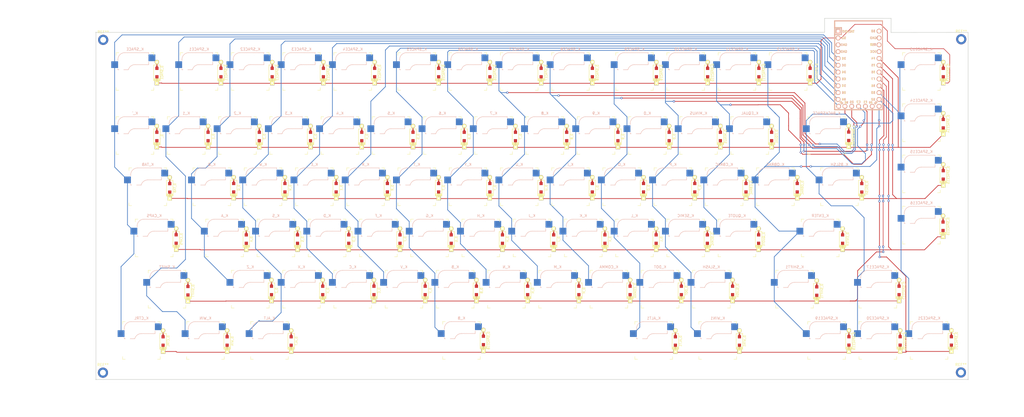
<source format=kicad_pcb>
(kicad_pcb (version 20211014) (generator pcbnew)
  (layers (0 "F.Cu" signal) (31 "B.Cu" signal) (34 "B.Paste" user) (35 "F.Paste" user) (36 "B.SilkS" user "B.Silkscreen") (37 "F.SilkS" user "F.Silkscreen") (38 "B.Mask" user) (39 "F.Mask" user) (44 "Edge.Cuts" user))
  (net 0 "")
  (net 1 "/col16")
  (footprint "keyboard_parts:D_SOD123_axial" (layer "F.Cu") (at 232.32 140.95 90)
    (fp_text reference "D_5")
    (fp_text value "D" hide)
  )
  (footprint "keyboard_parts:D_SOD123_axial" (layer "F.Cu") (at 274.95 198.2 90)
    (fp_text reference "D_N")
    (fp_text value "D" hide)
  )
  (footprint "keyswitches:Kailh_socket_MX_led stab" (layer "F.Cu") (at 383.73625 178.68)
    (fp_text reference "K_ENTER")
    (fp_text value "KEYSW")
  )
  (footprint "keyboard_parts:D_SOD123_axial" (layer "F.Cu") (at 382.45 198.43 90)
    (fp_text reference "D_SHIFT1")
    (fp_text value "D" hide)
  )
  (footprint "keyboard_parts:D_SOD123_axial" (layer "F.Cu") (at 429.5075 117.17 90)
    (fp_text reference "D_SPACE13")
    (fp_text value "D" hide)
  )
  (footprint "keyboard_parts:D_SOD123_axial" (layer "F.Cu") (at 218.0525 117.17 90)
    (fp_text reference "D_SPACE4")
    (fp_text value "D" hide)
  )
  (footprint "keyswitches:Kailh_socket_MX" (layer "F.Cu") (at 290.8675 159.63)
    (fp_text reference "K_I")
    (fp_text value "KEYSW")
  )
  (footprint "keyswitches:Kailh_socket_MX" (layer "F.Cu") (at 338.4925 140.58)
    (fp_text reference "K_MINUS")
    (fp_text value "KEYSW")
  )
  (footprint "keyswitches:Kailh_socket_MX" (layer "F.Cu") (at 295.63 178.68)
    (fp_text reference "K_K")
    (fp_text value "KEYSW")
  )
  (footprint "keyswitches:Kailh_socket_MX" (layer "F.Cu") (at 243.2425 140.58)
    (fp_text reference "K_6")
    (fp_text value "KEYSW")
  )
  (footprint "keyboard_parts:D_SOD123_axial" (layer "F.Cu") (at 203.745 160 90)
    (fp_text reference "D_E")
    (fp_text value "D" hide)
  )
  (footprint "keyboard_parts:D_SOD123_axial" (layer "F.Cu") (at 170.33 179.1 90)
    (fp_text reference "D_A")
    (fp_text value "D" hide)
  )
  (footprint "keyboard_parts:D_SOD123_axial" (layer "F.Cu") (at 194.22 140.95 90)
    (fp_text reference "D_3")
    (fp_text value "D" hide)
  )
  (footprint "keyboard_parts:D_SOD123_axial" (layer "F.Cu") (at 251.37 140.95 90)
    (fp_text reference "D_6")
    (fp_text value "D" hide)
  )
  (footprint "keyboard_parts:D_SOD123_axial" (layer "F.Cu") (at 198.75 198.2 90)
    (fp_text reference "D_X")
    (fp_text value "D" hide)
  )
  (footprint "keyswitches:Kailh_socket_MX" (layer "F.Cu") (at 343.255 197.73)
    (fp_text reference "K_SLASH")
    (fp_text value "KEYSW")
  )
  (footprint "keyboard_parts:D_SOD123_axial" (layer "F.Cu") (at 298.995 160 90)
    (fp_text reference "D_I")
    (fp_text value "D" hide)
  )
  (footprint "keyboard_parts:D_SOD123_axial" (layer "F.Cu") (at 289.47 140.95 90)
    (fp_text reference "D_8")
    (fp_text value "D" hide)
  )
  (footprint "keyboard_parts:D_SOD123_axial" (layer "F.Cu") (at 227.48 179.1 90)
    (fp_text reference "D_F")
    (fp_text value "D" hide)
  )
  (footprint "keyswitches:Kailh_socket_MX" (layer "F.Cu") (at 195.6175 159.63)
    (fp_text reference "K_E")
    (fp_text value "KEYSW")
  )
  (footprint "keyboard_parts:D_SOD123_axial" (layer "F.Cu") (at 284.63 179.1 90)
    (fp_text reference "D_J")
    (fp_text value "D" hide)
  )
  (footprint "keyboard_parts:D_SOD123_axial" (layer "F.Cu") (at 429.4875 136.1875 90)
    (fp_text reference "D_SPACE14")
    (fp_text value "D" hide)
  )
  (footprint "keyswitches:Kailh_socket_MX" (layer "F.Cu") (at 257.53 178.68)
    (fp_text reference "K_H")
    (fp_text value "KEYSW")
  )
  (footprint "keyswitches:Kailh_socket_MX" (layer "F.Cu") (at 271.8175 116.7675)
    (fp_text reference "K_SPACE7")
    (fp_text value "KEYSW")
  )
  (footprint "keyboard_parts:D_SOD123_axial" (layer "F.Cu") (at 217.8 198.2 90)
    (fp_text reference "D_C")
    (fp_text value "D" hide)
  )
  (footprint "keyswitches:Kailh_socket_MX" (layer "F.Cu") (at 147.9925 140.58)
    (fp_text reference "K_1")
    (fp_text value "KEYSW")
  )
  (footprint "keyboard_parts:D_SOD123_axial" (layer "F.Cu") (at 137.07 140.95 90)
    (fp_text reference "D_`")
    (fp_text value "D" hide)
  )
  (footprint "keyswitches:Kailh_socket_MX" (layer "F.Cu") (at 271.8175 159.63)
    (fp_text reference "K_U")
    (fp_text value "KEYSW")
  )
  (footprint "keyswitches:Kailh_socket_MX" (layer "F.Cu") (at 390.88 159.63)
    (fp_text reference "K_BSLSH")
    (fp_text value "KEYSW")
  )
  (footprint "keyboard_parts:D_SOD123_axial" (layer "F.Cu") (at 165.645 160 90)
    (fp_text reference "D_Q")
    (fp_text value "D" hide)
  )
  (footprint "keyboard_parts:D_SOD123_axial" (layer "F.Cu") (at 413.46 216.97 90)
    (fp_text reference "D_SPACE20")
    (fp_text value "D" hide)
  )
  (footprint "keyswitches:Kailh_socket_MX" (layer "F.Cu") (at 250.35 216.76)
    (fp_text reference "K_B")
    (fp_text value "KEYSW")
  )
  (footprint "keyswitches:Kailh_socket_MX" (layer "F.Cu") (at 309.9175 159.63)
    (fp_text reference "K_O")
    (fp_text value "KEYSW")
  )
  (footprint "keyboard_parts:D_SOD123_axial" (layer "F.Cu") (at 329.89 217 90)
    (fp_text reference "D_ALT1")
    (fp_text value "D" hide)
  )
  (footprint "keyswitches:Kailh_socket_MX" (layer "F.Cu") (at 176.5675 159.63)
    (fp_text reference "K_W")
    (fp_text value "KEYSW")
  )
  (footprint "keyswitches:Kailh_socket_MX" (layer "F.Cu") (at 319.4425 140.58)
    (fp_text reference "K_0")
    (fp_text value "KEYSW")
  )
  (footprint "keyswitches:Kailh_socket_MX" (layer "F.Cu") (at 136.08625 178.68)
    (fp_text reference "K_CAPS")
    (fp_text value "KEYSW")
  )
  (footprint "keyswitches:Kailh_socket_MX" (layer "F.Cu") (at 371.83 116.7675)
    (fp_text reference "K_SPACE12")
    (fp_text value "KEYSW")
  )
  (footprint "keyswitches:Kailh_socket_MX" (layer "F.Cu") (at 157.5175 159.63)
    (fp_text reference "K_Q")
    (fp_text value "KEYSW")
  )
  (footprint "keyswitches:Kailh_socket_MX" (layer "F.Cu") (at 214.6675 159.63)
    (fp_text reference "K_R")
    (fp_text value "KEYSW")
  )
  (footprint "keyboard_parts:D_SOD123_axial" (layer "F.Cu") (at 365.67 140.95 90)
    (fp_text reference "D_EQUAL")
    (fp_text value "D" hide)
  )
  (footprint "keyswitches:Kailh_socket_MX" (layer "F.Cu") (at 276.58 178.68)
    (fp_text reference "K_J")
    (fp_text value "KEYSW")
  )
  (footprint "keyboard_parts:D_SOD123_axial" (layer "F.Cu") (at 179.9525 117.17 90)
    (fp_text reference "D_SPACE2")
    (fp_text value "D" hide)
  )
  (footprint "keyswitches:Kailh_socket_MX" (layer "F.Cu") (at 328.9675 159.63)
    (fp_text reference "K_P")
    (fp_text value "KEYSW")
  )
  (footprint "keyswitches:Kailh_socket_MX" (layer "F.Cu") (at 200.38 178.68)
    (fp_text reference "K_D")
    (fp_text value "KEYSW")
  )
  (footprint "keyboard_parts:D_SOD123_axial" (layer "F.Cu") (at 144.25 179.07 90)
    (fp_text reference "D_CAPS")
    (fp_text value "D" hide)
  )
  (footprint "keyswitches:Kailh_socket_MX" (layer "F.Cu") (at 209.905 116.7675)
    (fp_text reference "K_SPACE4")
    (fp_text value "KEYSW")
  )
  (footprint "keyswitches:Kailh_socket_MX" (layer "F.Cu") (at 248.005 197.73)
    (fp_text reference "K_B")
    (fp_text value "KEYSW")
  )
  (footprint "keyswitches:Kailh_socket_MX" (layer "F.Cu") (at 324.205 197.73)
    (fp_text reference "K_DOT")
    (fp_text value "KEYSW")
  )
  (footprint "keyswitches:Kailh_socket_MX" (layer "F.Cu") (at 233.7175 116.7675)
    (fp_text reference "K_SPACE5")
    (fp_text value "KEYSW")
  )
  (footprint "keyboard_parts:D_SOD123_axial" (layer "F.Cu") (at 327.57 140.95 90)
    (fp_text reference "D_0")
    (fp_text value "D" hide)
  )
  (footprint "keyboard_parts:D_SOD123_axial" (layer "F.Cu") (at 303.68 179.1 90)
    (fp_text reference "D_K")
    (fp_text value "D" hide)
  )
  (footprint "keyboard_parts:D_SOD123_axial" (layer "F.Cu") (at 360.9275 117.17 90)
    (fp_text reference "D_SPACE11")
    (fp_text value "D" hide)
  )
  (footprint "keyboard_parts:D_SOD123_axial" (layer "F.Cu") (at 351.15 198.2 90)
    (fp_text reference "D_SLASH")
    (fp_text value "D" hide)
  )
  (footprint "keyboard_parts:D_SOD123_axial" (layer "F.Cu") (at 318.045 160 90)
    (fp_text reference "D_O")
    (fp_text value "D" hide)
  )
  (footprint "keyboard_parts:D_SOD123_axial" (layer "F.Cu") (at 341.78 179.1 90)
    (fp_text reference "D_SEMIC")
    (fp_text value "D" hide)
  )
  (footprint "keyboard_parts:D_SOD123_axial" (layer "F.Cu") (at 265.58 179.1 90)
    (fp_text reference "D_H")
    (fp_text value "D" hide)
  )
  (footprint "keyboard_parts:D_SOD123_axial" (layer "F.Cu") (at 294 198.2 90)
    (fp_text reference "D_M")
    (fp_text value "D" hide)
  )
  (footprint "keyboard_parts:D_SOD123_axial" (layer "F.Cu") (at 199.0025 117.17 90)
    (fp_text reference "D_SPACE3")
    (fp_text value "D" hide)
  )
  (footprint "keyswitches:Kailh_socket_MX" (layer "F.Cu") (at 181.33 178.68)
    (fp_text reference "K_S")
    (fp_text value "KEYSW")
  )
  (footprint "keyswitches:Kailh_socket_MX" (layer "F.Cu") (at 152.755 116.7675)
    (fp_text reference "K_SPACE1")
    (fp_text value "KEYSW")
  )
  (footprint "keyswitches:Kailh_socket_MX" (layer "F.Cu") (at 190.855 116.7675)
    (fp_text reference "K_SPACE3")
    (fp_text value "KEYSW")
  )
  (footprint "keyswitches:Kailh_socket_MX" (layer "F.Cu") (at 367.0675 159.63)
    (fp_text reference "K_OBRAC")
    (fp_text value "KEYSW")
  )
  (footprint "MountingHole:MountingHole_2.2mm_M2_DIN965_Pad" (layer "F.Cu") (at 117.11 105.01)
    (fp_text reference "REF**")
    (fp_text value "MountingHole_2.2mm_M2_DIN965_Pad")
  )
  (footprint "keyswitches:Kailh_socket_MX" (layer "F.Cu") (at 167.0425 140.58)
    (fp_text reference "K_2")
    (fp_text value "KEYSW")
  )
  (footprint "keyboard_parts:D_SOD123_axial" (layer "F.Cu") (at 360.83 179.1 90)
    (fp_text reference "D_QUOTE")
    (fp_text value "D" hide)
  )
  (footprint "keyboard_parts:D_SOD123_axial" (layer "F.Cu") (at 148.63 198.3 90)
    (fp_text reference "D_SHIFT")
    (fp_text value "D" hide)
  )
  (footprint "keyboard_parts:D_SOD123_axial" (layer "F.Cu") (at 394.41 216.97 90)
    (fp_text reference "D_SPACE19")
    (fp_text value "D" hide)
  )
  (footprint "keyboard_parts:D_SOD123_axial" (layer "F.Cu") (at 337.095 160 90)
    (fp_text reference "D_P")
    (fp_text value "D" hide)
  )
  (footprint "keyswitches:Kailh_socket_MX" (layer "F.Cu") (at 190.855 197.73)
    (fp_text reference "K_X")
    (fp_text value "KEYSW")
  )
  (footprint "keyboard_parts:D_SOD123_axial" (layer "F.Cu") (at 139.39 217 90)
    (fp_text reference "D_CTRL")
    (fp_text value "D" hide)
  )
  (footprint "keyswitches:Kailh_socket_MX" (layer "F.Cu") (at 186.0925 140.58)
    (fp_text reference "K_3")
    (fp_text value "KEYSW")
  )
  (footprint "keyswitches:Kailh_socket_MX" (layer "F.Cu") (at 155.13625 216.78)
    (fp_text reference "K_WIN")
    (fp_text value "KEYSW")
  )
  (footprint "keyboard_parts:D_SOD123_axial" (layer "F.Cu") (at 179.7 198.2 90)
    (fp_text reference "D_Z")
    (fp_text value "D" hide)
  )
  (footprint "keyswitches:Kailh_socket_MX" (layer "F.Cu") (at 178.94875 216.78)
    (fp_text reference "K_ALT")
    (fp_text value "KEYSW")
  )
  (footprint "keyboard_parts:D_SOD123_axial" (layer "F.Cu") (at 184.695 160 90)
    (fp_text reference "D_W")
    (fp_text value "D" hide)
  )
  (footprint "keyboard_parts:D_SOD123_axial" (layer "F.Cu") (at 299.015 117.17 90)
    (fp_text reference "D_SPACE8")
    (fp_text value "D" hide)
  )
  (footprint "keyswitches:Kailh_socket_MX" (layer "F.Cu") (at 405.1675 197.73)
    (fp_text reference "K_SPACE17")
    (fp_text value "KEYSW")
  )
  (footprint "keyboard_parts:D_SOD123_axial" (layer "F.Cu") (at 341.8775 117.17 90)
    (fp_text reference "D_SPACE10")
    (fp_text value "D" hide)
  )
  (footprint "keyboard_parts:D_SOD123_axial" (layer "F.Cu") (at 353.7025 217 90)
    (fp_text reference "D_WIN1")
    (fp_text value "D" hide)
  )
  (footprint "keyswitches:Kailh_socket_MX_led stab" (layer "F.Cu") (at 374.21125 197.73)
    (fp_text reference "K_SHIFT1")
    (fp_text value "KEYSW")
  )
  (footprint "keyboard_parts:D_SOD123_axial" (layer "F.Cu") (at 236.85 198.2 90)
    (fp_text reference "D_V")
    (fp_text value "D" hide)
  )
  (footprint "keyswitches:Kailh_socket_MX" (layer "F.Cu") (at 133.705 159.63)
    (fp_text reference "K_TAB")
    (fp_text value "KEYSW")
  )
  (footprint "keyboard_parts:D_SOD123_axial" (layer "F.Cu") (at 189.38 179.1 90)
    (fp_text reference "D_S")
    (fp_text value "D" hide)
  )
  (footprint "keyboard_parts:D_SOD123_axial" (layer "F.Cu") (at 246.53 179.1 90)
    (fp_text reference "D_G")
    (fp_text value "D" hide)
  )
  (footprint "keyboard_parts:D_SOD123_axial" (layer "F.Cu") (at 241.865 117.17 90)
    (fp_text reference "D_SPACE5")
    (fp_text value "D" hide)
  )
  (footprint "keyswitches:Kailh_socket_MX" (layer "F.Cu") (at 224.1925 140.58)
    (fp_text reference "K_5")
    (fp_text value "KEYSW")
  )
  (footprint "keyboard_parts:D_SOD123_axial" (layer "F.Cu") (at 258.5 216.79 90)
    (fp_text reference "D_SPACE18")
    (fp_text value "D" hide)
  )
  (footprint "keyboard_parts:D_SOD123_axial" (layer "F.Cu") (at 141.86 160.06 90)
    (fp_text reference "D_TAB")
    (fp_text value "D" hide)
  )
  (footprint "keyswitches:Kailh_socket_MX" (layer "F.Cu") (at 421.36 154.8675)
    (fp_text reference "K_SPACE15")
    (fp_text value "KEYSW")
  )
  (footprint "keyboard_parts:D_SOD123_axial" (layer "F.Cu") (at 260.895 160 90)
    (fp_text reference "D_Y")
    (fp_text value "D" hide)
  )
  (footprint "keyswitches:Kailh_socket_MX" (layer "F.Cu") (at 252.7675 116.7675)
    (fp_text reference "K_SPACE6")
    (fp_text value "KEYSW")
  )
  (footprint "keyswitches:Kailh_socket_MX" (layer "F.Cu") (at 209.905 197.73)
    (fp_text reference "K_C")
    (fp_text value "KEYSW")
  )
  (footprint "keyboard_parts:D_SOD123_axial" (layer "F.Cu") (at 175.17 140.95 90)
    (fp_text reference "D_2")
    (fp_text value "D" hide)
  )
  (footprint "MountingHole:MountingHole_2.2mm_M2_DIN965_Pad" (layer "F.Cu") (at 436.07 228.7)
    (fp_text reference "REF**")
    (fp_text value "MountingHole_2.2mm_M2_DIN965_Pad")
  )
  (footprint "MountingHole:MountingHole_2.2mm_M2_DIN965_Pad" (layer "F.Cu") (at 117.02 228.77)
    (fp_text reference "REF**")
    (fp_text value "MountingHole_2.2mm_M2_DIN965_Pad")
  )
  (footprint "keyboard_parts:D_SOD123_axial" (layer "F.Cu") (at 163.2025 217 90)
    (fp_text reference "D_WIN")
    (fp_text value "D" hide)
  )
  (footprint "keyboard_parts:D_SOD123_axial" (layer "F.Cu") (at 255.9 198.2 90)
    (fp_text reference "D_B")
    (fp_text value "D" hide)
  )
  (footprint "keyswitches:Kailh_socket_MX" (layer "F.Cu") (at 421.36 116.7675)
    (fp_text reference "K_SPACE13")
    (fp_text value "KEYSW")
  )
  (footprint "keyboard_parts:D_SOD123_axial" (layer "F.Cu") (at 356.145 160 90)
    (fp_text reference "D_CBRAC")
    (fp_text value "D" hide)
  )
  (footprint "keyswitches:Kailh_socket_MX" (layer "F.Cu") (at 421.36 173.9175)
    (fp_text reference "K_SPACE16")
    (fp_text value "KEYSW")
  )
  (footprint "keyswitches:Kailh_socket_MX" (layer "F.Cu") (at 171.805 116.7675)
    (fp_text reference "K_SPACE2")
    (fp_text value "KEYSW")
  )
  (footprint "keyboard_parts:D_SOD123_axial" (layer "F.Cu") (at 332.1 198.2 90)
    (fp_text reference "D_DOT")
    (fp_text value "D" hide)
  )
  (footprint "keyswitches:Kailh_socket_MX" (layer "F.Cu") (at 314.68 116.7675)
    (fp_text reference "K_SPACE9")
    (fp_text value "KEYSW")
  )
  (footprint "keyswitches:Kailh_socket_MX" (layer "F.Cu") (at 352.78 116.7675)
    (fp_text reference "K_SPACE11")
    (fp_text value "KEYSW")
  )
  (footprint "keyswitches:Kailh_socket_MX" (layer "F.Cu") (at 421.36 135.8175)
    (fp_text reference "K_SPACE14")
    (fp_text value "KEYSW")
  )
  (footprint "keyboard_parts:D_SOD123_axial" (layer "F.Cu") (at 241.845 160 90)
    (fp_text reference "D_T")
    (fp_text value "D" hide)
  )
  (footprint "keyswitches:Kailh_socket_MX" (layer "F.Cu") (at 424.2175 216.78)
    (fp_text reference "K_SPACE21")
    (fp_text value "KEYSW")
  )
  (footprint "keyboard_parts:D_SOD123_axial" (layer "F.Cu") (at 208.43 179.1 90)
    (fp_text reference "D_D")
    (fp_text value "D" hide)
  )
  (footprint "keyswitches:Kailh_socket_MX" (layer "F.Cu") (at 262.2925 140.58)
    (fp_text reference "K_7")
    (fp_text value "KEYSW")
  )
  (footprint "keyswitches:Kailh_socket_MX" (layer "F.Cu") (at 290.8675 116.7675)
    (fp_text reference "K_SPACE8")
    (fp_text value "KEYSW")
  )
  (footprint "MountingHole:MountingHole_2.2mm_M2_DIN965_Pad" (layer "F.Cu") (at 436.18 104.79)
    (fp_text reference "REF**")
    (fp_text value "MountingHole_2.2mm_M2_DIN965_Pad")
  )
  (footprint "keyswitches:Kailh_socket_MX" (layer "F.Cu") (at 352.78 178.68)
    (fp_text reference "K_QUOTE")
    (fp_text value "KEYSW")
  )
  (footprint "keyboard_parts:D_SOD123_axial" (layer "F.Cu") (at 137.09 117.17 90)
    (fp_text reference "D_SPACE")
    (fp_text value "D" hide)
  )
  (footprint "keyswitches:Kailh_socket_MX" (layer "F.Cu") (at 357.5425 140.58)
    (fp_text reference "K_EQUAL")
    (fp_text value "KEYSW")
  )
  (footprint "keyswitches:Kailh_socket_MX" (layer "F.Cu") (at 314.68 178.68)
    (fp_text reference "K_L")
    (fp_text value "KEYSW")
  )
  (footprint "keyswitches:Kailh_socket_MX" (layer "F.Cu") (at 228.955 197.73)
    (fp_text reference "K_V")
    (fp_text value "KEYSW")
  )
  (footprint "keyboard_parts:D_SOD123_axial" (layer "F.Cu") (at 392.06 179.1 90)
    (fp_text reference "D_ENTER")
    (fp_text value "D" hide)
  )
  (footprint "keyboard_parts:D_SOD123_axial" (layer "F.Cu") (at 156.12 140.95 90)
    (fp_text reference "D_1")
    (fp_text value "D" hide)
  )
  (footprint "keyboard_parts:D_SOD123_axial" (layer "F.Cu") (at 279.965 117.17 90)
    (fp_text reference "D_SPACE7")
    (fp_text value "D" hide)
  )
  (footprint "keyswitches:Kailh_socket_MX" (layer "F.Cu") (at 345.63625 216.78)
    (fp_text reference "K_WIN1")
    (fp_text value "KEYSW")
  )
  (footprint "keyboard_parts:D_SOD123_axial" (layer "F.Cu") (at 222.795 160 90)
    (fp_text reference "D_R")
    (fp_text value "D" hide)
  )
  (footprint "keyswitches:Kailh_socket_MX" (layer "F.Cu") (at 171.805 197.73)
    (fp_text reference "K_Z")
    (fp_text value "KEYSW")
  )
  (footprint "keyboard_parts:D_SOD123_axial" (layer "F.Cu") (at 413.0625 198.2 90)
    (fp_text reference "D_SPACE17")
    (fp_text value "D" hide)
  )
  (footprint "keyswitches:Kailh_socket_MX" (layer "F.Cu") (at 321.82375 216.78)
    (fp_text reference "K_ALT1")
    (fp_text value "KEYSW")
  )
  (footprint "keyswitches:Kailh_socket_MX_led stab" (layer "F.Cu") (at 140.84875 197.73)
    (fp_text reference "K_SHIFT")
    (fp_text value "KEYSW")
  )
  (footprint "keyboard_parts:D_SOD123_axial" (layer "F.Cu") (at 313.05 198.2 90)
    (fp_text reference "D_COMMA")
    (fp_text value "D" hide)
  )
  (footprint "keyboard_parts:D_SOD123_axial" (layer "F.Cu") (at 213.27 140.95 90)
    (fp_text reference "D_4")
    (fp_text value "D" hide)
  )
  (footprint "keyboard_parts:D_SOD123_axial" (layer "F.Cu") (at 394.34 140.87 90)
    (fp_text reference "D_BACKSPACE")
    (fp_text value "D" hide)
  )
  (footprint "keyswitches:Kailh_socket_MX" (layer "F.Cu") (at 267.055 197.73)
    (fp_text reference "K_N")
    (fp_text value "KEYSW")
  )
  (footprint "keyboard_parts:D_SOD123_axial" (layer "F.Cu") (at 429.4875 155.2375 90)
    (fp_text reference "D_SPACE15")
    (fp_text value "D" hide)
  )
  (footprint "keyboard_parts:D_SOD123_axial" (layer "F.Cu") (at 270.42 140.95 90)
    (fp_text reference "D_7")
    (fp_text value "D" hide)
  )
  (footprint "keyswitches:Kailh_socket_MX" (layer "F.Cu") (at 386.1175 216.78)
    (fp_text reference "K_SPACE19")
    (fp_text value "KEYSW")
  )
  (footprint "marbastlib-mx:STAB_MX_6u" (layer "F.Cu") (at 250.38625 216.78)
    (fp_text reference "K_SPACE18" hide)
    (fp_text value "KEYSW")
  )
  (footprint "keyswitches:Kailh_socket_MX" (layer "F.Cu") (at 131.32375 216.78)
    (fp_text reference "K_CTRL")
    (fp_text value "KEYSW")
  )
  (footprint "keyswitches:Kailh_socket_MX" (layer "F.Cu") (at 333.73 116.7675)
    (fp_text reference "K_SPACE10")
    (fp_text value "KEYSW")
  )
  (footprint "keyboard_parts:D_SOD123_axial" (layer "F.Cu") (at 429.41 174.3375 90)
    (fp_text reference "D_SPACE16")
    (fp_text value "D" hide)
  )
  (footprint "keyboard_parts:D_SOD123_axial" (layer "F.Cu") (at 379.9775 117.17 90)
    (fp_text reference "D_SPACE12")
    (fp_text value "D" hide)
  )
  (footprint "keyswitches:Kailh_socket_MX" (layer "F.Cu") (at 333.73 178.68)
    (fp_text reference "K_SEMIC")
    (fp_text value "KEYSW")
  )
  (footprint "keyswitches:Kailh_socket_MX" (layer "F.Cu") (at 305.155 197.73)
    (fp_text reference "K_COMMA")
    (fp_text value "KEYSW")
  )
  (footprint "keyswitches:Kailh_socket_MX" (layer "F.Cu") (at 233.7175 159.63)
    (fp_text reference "K_T")
    (fp_text value "KEYSW")
  )
  (footprint "keyboard_parts:D_SOD123_axial" (layer "F.Cu") (at 322.73 179.1 90)
    (fp_text reference "D_L")
    (fp_text value "D" hide)
  )
  (footprint "keyboard_parts:D_SOD123_axial" (layer "F.Cu") (at 322.8275 117.17 90)
    (fp_text reference "D_SPACE9")
    (fp_text value "D" hide)
  )
  (footprint "keyswitches:Kailh_socket_MX" (layer "F.Cu") (at 205.1425 140.58)
    (fp_text reference "K_4")
    (fp_text value "KEYSW")
  )
  (footprint "keyswitches:Kailh_socket_MX" (layer "F.Cu") (at 405.1675 216.78)
    (fp_text reference "K_SPACE20")
    (fp_text value "KEYSW")
  )
  (footprint "keyboard_parts:D_SOD123_axial" (layer "F.Cu") (at 375.195 160 90)
    (fp_text reference "D_OBRAC")
    (fp_text value "D" hide)
  )
  (footprint "keyboard_parts:D_SOD123_axial" (layer "F.Cu") (at 399.2 160.03 90)
    (fp_text reference "D_BSLSH")
    (fp_text value "D" hide)
  )
  (footprint "keyswitches:Kailh_socket_MX" (layer "F.Cu") (at 286.105 197.73)
    (fp_text reference "K_M")
    (fp_text value "KEYSW")
  )
  (footprint "keyboard_parts:D_SOD123_axial" (layer "F.Cu") (at 187.015 217 90)
    (fp_text reference "D_ALT")
    (fp_text value "D" hide)
  )
  (footprint "keyboard_parts:D_SOD123_axial" (layer "F.Cu") (at 279.945 160 90)
    (fp_text reference "D_U")
    (fp_text value "D" hide)
  )
  (footprint "keyswitches:Kailh_socket_MX" (layer "F.Cu") (at 128.9425 116.7675)
    (fp_text reference "K_SPACE")
    (fp_text value "KEYSW")
  )
  (footprint "keyboard_parts:D_SOD123_axial" (layer "F.Cu") (at 308.52 140.95 90)
    (fp_text reference "D_9")
    (fp_text value "D" hide)
  )
  (footprint "keyboard_parts:D_SOD123_axial" (layer "F.Cu") (at 432.51 216.97 90)
    (fp_text reference "D_SPACE21")
    (fp_text value "D" hide)
  )
  (footprint "keyboard_parts:D_SOD123_axial" (layer "F.Cu") (at 346.62 140.95 90)
    (fp_text reference "D_MINUS")
    (fp_text value "D" hide)
  )
  (footprint "keyswitches:Kailh_socket_MX" (layer "F.Cu") (at 348.0175 159.63)
    (fp_text reference "K_CBRAC")
    (fp_text value "KEYSW")
  )
  (footprint "keyswitches:Kailh_socket_MX" (layer "F.Cu") (at 281.3425 140.58)
    (fp_text reference "K_8")
    (fp_text value "KEYSW")
  )
  (footprint "keyswitches:Kailh_socket_MX" (layer "F.Cu") (at 219.43 178.68)
    (fp_text reference "K_F")
    (fp_text value "KEYSW")
  )
  (footprint "keyswitches:Kailh_socket_MX" (layer "F.Cu") (at 252.7675 159.63)
    (fp_text reference "K_Y")
    (fp_text value "KEYSW")
  )
  (footprint "keyswitches:Kailh_socket_MX" (layer "F.Cu") (at 300.3925 140.58)
    (fp_text reference "K_9")
    (fp_text value "KEYSW")
  )
  (footprint "keyboard_parts:D_SOD123_axial" (layer "F.Cu") (at 260.915 117.17 90)
    (fp_text reference "D_SPACE6")
    (fp_text value "D" hide)
  )
  (footprint "keyboard_parts:D_SOD123_axial" (layer "F.Cu") (at 160.9025 117.17 90)
    (fp_text reference "D_SPACE1")
    (fp_text value "D" hide)
  )
  (footprint "keyswitches:Kailh_socket_MX" (layer "F.Cu") (at 162.28 178.68)
    (fp_text reference "K_A")
    (fp_text value "KEYSW")
  )
  (footprint "keyswitches:Kailh_socket_MX" (layer "F.Cu") (at 128.9425 140.58)
    (fp_text reference "K_`")
    (fp_text value "KEYSW")
  )
  (footprint "keyswitches:Kailh_socket_MX_led stab" (layer "F.Cu") (at 386.1175 140.58)
    (fp_text reference "K_BACKSPACE")
    (fp_text value "KEYSW")
  )
  (footprint "keyswitches:Kailh_socket_MX" (layer "F.Cu") (at 238.48 178.68)
    (fp_text reference "K_G")
    (fp_text value "KEYSW")
  )
  (footprint "Keebio-Parts:Elite-C" (layer "F.Cu") (at 398 115.74 -90)
    (fp_text reference "U1" hide)
    (fp_text value "Elite-C" hide)
  )
  (gr_line (start 385.36 97.04) (end 410.1 97.02) (layer "Edge.Cuts") (width 0.2))
  (gr_line (start 410.1 97.02) (end 410.08 102.27) (layer "Edge.Cuts") (width 0.2))
  (gr_arc (start 438.7425 231.305) (mid 438.7425 231.305) (end 438.7425 231.305) (layer "Edge.Cuts") (width 0.2))
  (gr_arc (start 114.4175 102.2425) (mid 114.4175 102.2425) (end 114.4175 102.2425) (layer "Edge.Cuts") (width 0.2))
  (gr_arc (start 114.4175 231.305) (mid 114.4175 231.305) (end 114.4175 231.305) (layer "Edge.Cuts") (width 0.2))
  (gr_line (start 438.7425 102.2425) (end 438.7425 231.305) (layer "Edge.Cuts") (width 0.2))
  (gr_line (start 410.08 102.27) (end 438.7425 102.2425) (layer "Edge.Cuts") (width 0.2))
  (gr_line (start 385.36 102.19) (end 114.4175 102.2425) (layer "Edge.Cuts") (width 0.2))
  (gr_line (start 114.4175 231.305) (end 114.4175 102.2425) (layer "Edge.Cuts") (width 0.2))
  (gr_line (start 438.7425 231.305) (end 114.4175 231.305) (layer "Edge.Cuts") (width 0.2))
  (gr_line (start 385.36 102.19) (end 385.36 97.04) (layer "Edge.Cuts") (width 0.2))
  (segment (start 384.08 105.22) (end 384.1 105.22) (width 0.2) (layer "F.Cu") (net 0))
  (segment (start 376.26 142.86) (end 376.49 143.09) (width 0.25) (layer "F.Cu") (net 0))
  (segment (start 377.35 140.4) (end 377.35 129.46) (width 0.25) (layer "F.Cu") (net 0))
  (segment (start 377.62 146.45) (end 400.6 146.45) (width 0.25) (layer "F.Cu") (net 0))
  (segment (start 396.6 99.27) (end 391.56 104.31) (width 0.2) (layer "F.Cu") (net 0))
  (segment (start 412.13 164.03) (end 422.71 164.03) (width 0.25) (layer "F.Cu") (net 0))
  (segment (start 400.54 131.04) (end 400.54 129.71) (width 0.25) (layer "F.Cu") (net 0))
  (segment (start 431.26 121.07) (end 431.91 120.42) (width 0.2) (layer "F.Cu") (net 0))
  (segment (start 405.87 185.75) (end 408.43 185.75) (width 0.25) (layer "F.Cu") (net 0))
  (segment (start 381.97 143.73) (end 383.57 143.73) (width 0.25) (layer "F.Cu") (net 0))
  (segment (start 408.71 101.7) (end 406.28 99.27) (width 0.2) (layer "F.Cu") (net 0))
  (segment (start 378.05 128.53) (end 378.05 139.81) (width 0.25) (layer "F.Cu") (net 0))
  (segment (start 376.04 130.75) (end 376.28 130.99) (width 0.25) (layer "F.Cu") (net 0))
  (segment (start 402.8 147.66) (end 402.8 145.95) (width 0.25) (layer "F.Cu") (net 0))
  (segment (start 385.01 104.31) (end 390.38 104.31) (width 0.2) (layer "F.Cu") (net 0))
  (segment (start 162.78 202.13) (end 162.71 202.2) (width 0.25) (layer "F.Cu") (net 0))
  (segment (start 415.58 221.18) (end 144.53 221.18) (width 0.25) (layer "F.Cu") (net 0))
  (segment (start 391.56 104.31) (end 390.38 104.31) (width 0.2) (layer "F.Cu") (net 0))
  (segment (start 407.07 163.02) (end 407.27 162.82) (width 0.2) (layer "F.Cu") (net 0))
  (segment (start 399.17 151.29) (end 400.45 150.01) (width 0.25) (layer "F.Cu") (net 0))
  (segment (start 412.13 164.03) (end 410.68 162.58) (width 0.25) (layer "F.Cu") (net 0))
  (segment (start 138.9675 121.1675) (end 138.87 121.07) (width 0.25) (layer "F.Cu") (net 0))
  (segment (start 409.18 144.04) (end 409.18 120.57) (width 0.25) (layer "F.Cu") (net 0))
  (segment (start 410.24 183.08) (end 422.53 183.08) (width 0.25) (layer "F.Cu") (net 0))
  (segment (start 162.71 202.2) (end 148.63 202.2) (width 0.25) (layer "F.Cu") (net 0))
  (segment (start 138.87 121.07) (end 137.09 121.07) (width 0.25) (layer "F.Cu") (net 0))
  (segment (start 376.75 127.23) (end 378.05 128.53) (width 0.25) (layer "F.Cu") (net 0))
  (segment (start 376.78 141.25) (end 376.78 130.25) (width 0.25) (layer "F.Cu") (net 0))
  (segment (start 413.0625 202.1) (end 394.92 202.1) (width 0.2) (layer "F.Cu") (net 0))
  (segment (start 377.24 142.55) (end 377.68 142.99) (width 0.25) (layer "F.Cu") (net 0))
  (segment (start 406.28 99.27) (end 396.6 99.27) (width 0.2) (layer "F.Cu") (net 0))
  (segment (start 410.68 162.58) (end 410.68 145.86) (width 0.25) (layer "F.Cu") (net 0))
  (segment (start 401.16 144) (end 401.16 131.66) (width 0.25) (layer "F.Cu") (net 0))
  (segment (start 422.71 164.03) (end 427.6025 159.1375) (width 0.25) (layer "F.Cu") (net 0))
  (segment (start 427.3725 178.2375) (end 429.41 178.2375) (width 0.25) (layer "F.Cu") (net 0))
  (segment (start 373.2 126.67) (end 309.85 126.67) (width 0.25) (layer "F.Cu") (net 0))
  (segment (start 148.4225 163.96) (end 141.86 163.96) (width 0.25) (layer "F.Cu") (net 0))
  (segment (start 400.6 146.45) (end 401.16 145.89) (width 0.25) (layer "F.Cu") (net 0))
  (segment (start 144.25 220.9) (end 139.39 220.9) (width 0.25) (layer "F.Cu") (net 0))
  (segment (start 397.35 137.18) (end 397.35 135.73) (width 0.25) (layer "F.Cu") (net 0))
  (segment (start 384.08 105.22) (end 384.06 105.24) (width 0.25) (layer "F.Cu") (net 0))
  (segment (start 405.63 137.01) (end 405.69 137.07) (width 0.25) (layer "F.Cu") (net 0))
  (segment (start 148.4925 164.03) (end 148.4225 163.96) (width 0.25) (layer "F.Cu") (net 0))
  (segment (start 360.66 129.16) (end 360.68 129.14) (width 0.25) (layer "F.Cu") (net 0))
  (segment (start 371.99 138.59) (end 376.26 142.86) (width 0.25) (layer "F.Cu") (net 0))
  (segment (start 427.6025 159.1375) (end 429.4875 159.1375) (width 0.25) (layer "F.Cu") (net 0))
  (segment (start 412.76 119.07) (end 405.62 111.93) (width 0.25) (layer "F.Cu") (net 0))
  (segment (start 412.76 144.98) (end 412.76 119.07) (width 0.25) (layer "F.Cu") (net 0))
  (segment (start 373.17 127.88) (end 376.04 130.75) (width 0.25) (layer "F.Cu") (net 0))
  (segment (start 350.39 129.16) (end 360.66 129.16) (width 0.25) (layer "F.Cu") (net 0))
  (segment (start 376.28 134.2) (end 376.28 141.59) (width 0.25) (layer "F.Cu") (net 0))
  (segment (start 376.52 146.86) (end 377.22 147.56) (width 0.25) (layer "F.Cu") (net 0))
  (segment (start 376.68 152.09) (end 376.65 152.12) (width 0.25) (layer "F.Cu") (net 0))
  (segment (start 408.71 105.45) (end 408.71 101.7) (width 0.2) (layer "F.Cu") (net 0))
  (segment (start 380.21 152.09) (end 376.68 152.09) (width 0.25) (layer "F.Cu") (net 0))
  (segment (start 377.22 147.56) (end 392.03 147.56) (width 0.25) (layer "F.Cu") (net 0))
  (segment (start 329.34 127.88) (end 373.17 127.88) (width 0.25) (layer "F.Cu") (net 0))
  (segment (start 397.65 201.28) (end 397.65 190.84) (width 0.25) (layer "F.Cu") (net 0))
  (segment (start 138.9675 144.98) (end 138.8375 144.85) (width 0.25) (layer "F.Cu") (net 0))
  (segment (start 422.53 183.08) (end 427.3725 178.2375) (width 0.25) (layer "F.Cu") (net 0))
  (segment (start 382.491396 121.1675) (end 138.9675 121.1675) (width 0.25) (layer "F.Cu") (net 0))
  (segment (start 424.595 144.98) (end 429.4875 140.0875) (width 0.25) (layer "F.Cu") (net 0))
  (segment (start 376.28 130.99) (end 376.28 134.2) (width 0.25) (layer "F.Cu") (net 0))
  (segment (start 409.18 120.57) (end 405.62 117.01) (width 0.25) (layer "F.Cu") (net 0))
  (segment (start 376.28 141.59) (end 377.24 142.55) (width 0.25) (layer "F.Cu") (net 0))
  (segment (start 374.16 124.64) (end 376.75 127.23) (width 0.25) (layer "F.Cu") (net 0))
  (segment (start 144.53 221.18) (end 144.25 220.9) (width 0.25) (layer "F.Cu") (net 0))
  (segment (start 397.65 190.84) (end 404.64 183.85) (width 0.25) (layer "F.Cu") (net 0))
  (segment (start 410.24 183.08) (end 153.255 183.08) (width 0.25) (layer "F.Cu") (net 0))
  (segment (start 377.68 142.99) (end 377.68 144.05) (width 0.25) (layer "F.Cu") (net 0))
  (segment (start 376.49 143.09) (end 376.49 144.01) (width 0.25) (layer "F.Cu") (net 0))
  (segment (start 384.06 119.598896) (end 382.491396 121.1675) (width 0.25) (layer "F.Cu") (net 0))
  (segment (start 401.16 131.66) (end 400.54 131.04) (width 0.25) (layer "F.Cu") (net 0))
  (segment (start 408.34 141.14) (end 408.34 122.27) (width 0.2) (layer "F.Cu") (net 0))
  (segment (start 409.16 182) (end 410.24 183.08) (width 0.25) (layer "F.Cu") (net 0))
  (segment (start 405.63 134.93) (end 405.63 137.01) (width 0.25) (layer "F.Cu") (net 0))
  (segment (start 377.35 129.46) (end 373.57 125.68) (width 0.25) (layer "F.Cu") (net 0))
  (segment (start 405.78 165.06) (end 405.76 165.04) (width 0.25) (layer "F.Cu") (net 0))
  (segment (start 411.56 108.3) (end 408.71 105.45) (width 0.2) (layer "F.Cu") (net 0))
  (segment (start 368.88 129.14) (end 371.04 131.3) (width 0.25) (layer "F.Cu") (net 0))
  (segment (start 405.78 181.98) (end 405.78 165.06) (width 0.25) (layer "F.Cu") (net 0))
  (segment (start 403.08 143.76) (end 403.08 129.71) (width 0.25) (layer "F.Cu") (net 0))
  (segment (start 371.99 136.98) (end 371.99 138.59) (width 0.25) (layer "F.Cu") (net 0))
  (segment (start 384.1 105.22) (end 385.01 104.31) (width 0.2) (layer "F.Cu") (net 0))
  (segment (start 395.46 133.84) (end 395.46 129.71) (width 0.25) (layer "F.Cu") (net 0))
  (segment (start 404.64 183.85) (end 407.16 183.85) (width 0.25) (layer "F.Cu") (net 0))
  (segment (start 376.78 130.25) (end 373.2 126.67) (width 0.25) (layer "F.Cu") (net 0))
  (segment (start 431.91 120.42) (end 431.91 110.54) (width 0.2) (layer "F.Cu") (net 0))
  (segment (start 398.59 137.27) (end 399.96 135.9) (width 0.25) (layer "F.Cu") (net 0))
  (segment (start 394.92 202.1) (end 394.89 202.13) (width 0.2) (layer "F.Cu") (net 0))
  (segment (start 371.04 131.3) (end 371.99 132.25) (width 0.25) (layer "F.Cu") (net 0))
  (segment (start 396.8 202.13) (end 397.65 201.28) (width 0.25) (layer "F.Cu") (net 0))
  (segment (start 392.03 147.56) (end 392.46 147.56) (width 0.25) (layer "F.Cu") (net 0))
  (segment (start 373.57 125.68) (end 286.52 125.68) (width 0.25) (layer "F.Cu") (net 0))
  (segment (start 396.24 135.64) (end 392.92 132.32) (width 0.25) (layer "F.Cu") (net 0))
  (segment (start 409.18 145.92) (end 409.18 163.01) (width 0.25) (layer "F.Cu") (net 0))
  (segment (start 415.58 221.18) (end 415.89 220.87) (width 0.25) (layer "F.Cu") (net 0))
  (segment (start 415.58 192.9) (end 415.58 221.18) (width 0.25) (layer "F.Cu") (net 0))
  (segment (start 396.24 137.07) (end 396.24 135.64) (width 0.25) (layer "F.Cu") (net 0))
  (segment (start 410.64 119.49) (end 405.62 114.47) (width 0.25) (layer "F.Cu") (net 0))
  (segment (start 405.77 163.03) (end 405.77 145.93) (width 0.25) (layer "F.Cu") (net 0))
  (segment (start 153.145 182.97) (end 144.25 182.97) (width 0.25) (layer "F.Cu") (net 0))
  (segment (start 410.64 144.1) (end 410.64 119.49) (width 0.25) (layer "F.Cu") (net 0))
  (segment (start 415.89 220.87) (end 432.51 220.87) (width 0.25) (layer "F.Cu") (net 0))
  (segment (start 379.605 144.075) (end 376.78 141.25) (width 0.25) (layer "F.Cu") (net 0))
  (segment (start 407.14 181.91) (end 407.14 164.99) (width 0.2) (layer "F.Cu") (net 0))
  (segment (start 407.4 123.87) (end 405.62 122.09) (width 0.25) (layer "F.Cu") (net 0))
  (segment (start 407.27 143.99) (end 407.27 142.21) (width 0.2) (layer "F.Cu") (net 0))
  (segment (start 378.05 139.81) (end 381.97 143.73) (width 0.25) (layer "F.Cu") (net 0))
  (segment (start 153.255 183.08) (end 153.145 182.97) (width 0.25) (layer "F.Cu") (net 0))
  (segment (start 360.68 129.14) (end 368.88 129.14) (width 0.25) (layer "F.Cu") (net 0))
  (segment (start 409.18 163.01) (end 409.16 163.03) (width 0.25) (layer "F.Cu") (net 0))
  (segment (start 392.92 132.32) (end 392.92 129.71) (width 0.25) (layer "F.Cu") (net 0))
  (segment (start 408.34 122.27) (end 405.62 119.55) (width 0.2) (layer "F.Cu") (net 0))
  (segment (start 408.43 185.75) (end 415.58 192.9) (width 0.25) (layer "F.Cu") (net 0))
  (segment (start 371.99 132.25) (end 371.99 136.98) (width 0.25) (layer "F.Cu") (net 0))
  (segment (start 405.77 143.97) (end 405.77 142.26) (width 0.25) (layer "F.Cu") (net 0))
  (segment (start 407.4 140.63) (end 407.4 123.87) (width 0.25) (layer "F.Cu") (net 0))
  (segment (start 407.27 142.21) (end 408.34 141.14) (width 0.2) (layer "F.Cu") (net 0))
  (segment (start 399.96 135.9) (end 399.96 135.05) (width 0.25) (layer "F.Cu") (net 0))
  (segment (start 138.9675 144.98) (end 412.76 144.98) (width 0.25) (layer "F.Cu") (net 0))
  (segment (start 409.16 164.87) (end 409.16 182) (width 0.25) (layer "F.Cu") (net 0))
  (segment (start 431.91 110.54) (end 429.67 108.3) (width 0.2) (layer "F.Cu") (net 0))
  (segment (start 148.4925 164.03) (end 412.13 164.03) (width 0.25) (layer "F.Cu") (net 0))
  (segment (start 396.8 202.13) (end 394.89 202.13) (width 0.25) (layer "F.Cu") (net 0))
  (segment (start 400.45 150.01) (end 402.8 147.66) (width 0.25) (layer "F.Cu") (net 0))
  (segment (start 402.85 143.99) (end 403.08 143.76) (width 0.25) (layer "F.Cu") (net 0))
  (segment (start 267.4 124.64) (end 374.16 124.64) (width 0.25) (layer "F.Cu") (net 0))
  (segment (start 412.76 144.98) (end 424.09 144.98) (width 0.25) (layer "F.Cu") (net 0))
  (segment (start 429.5075 121.07) (end 431.26 121.07) (width 0.2) (layer "F.Cu") (net 0))
  (segment (start 407.14 164.99) (end 407.15 164.98) (width 0.2) (layer "F.Cu") (net 0))
  (segment (start 397.35 135.73) (end 395.46 133.84) (width 0.25) (layer "F.Cu") (net 0))
  (segment (start 396.19 151.29) (end 399.17 151.29) (width 0.25) (layer "F.Cu") (net 0))
  (segment (start 384.06 105.24) (end 384.06 119.598896) (width 0.25) (layer "F.Cu") (net 0))
  (segment (start 424.09 144.98) (end 424.595 144.98) (width 0.25) (layer "F.Cu") (net 0))
  (segment (start 392.46 147.56) (end 396.19 151.29) (width 0.25) (layer "F.Cu") (net 0))
  (segment (start 429.67 108.3) (end 411.56 108.3) (width 0.2) (layer "F.Cu") (net 0))
  (segment (start 381.04 144.09) (end 377.35 140.4) (width 0.25) (layer "F.Cu") (net 0))
  (segment (start 381.08 144.09) (end 381.04 144.09) (width 0.25) (layer "F.Cu") (net 0))
  (segment (start 286.52 125.68) (end 286.46 125.74) (width 0.25) (layer "F.Cu") (net 0))
  (segment (start 405.77 142.26) (end 407.4 140.63) (width 0.25) (layer "F.Cu") (net 0))
  (segment (start 394.89 202.13) (end 162.78 202.13) (width 0.25) (layer "F.Cu") (net 0))
  (segment (start 138.8375 144.85) (end 137.07 144.85) (width 0.25) (layer "F.Cu") (net 0))
  (segment (start 409.17 145.93) (end 409.18 145.92) (width 0.25) (layer "F.Cu") (net 0))
  (segment (start 407.27 162.82) (end 407.27 145.88) (width 0.2) (layer "F.Cu") (net 0))
  (via (at 401.16 145.89) (size 0.8) (drill 0.4) (layers "F.Cu" "B.Cu") (net 0))
  (via (at 407.14 181.91) (size 0.8) (drill 0.4) (layers "F.Cu" "B.Cu") (net 0))
  (via (at 405.77 145.93) (size 0.8) (drill 0.4) (layers "F.Cu" "B.Cu") (net 0))
  (via (at 350.39 129.16) (size 0.8) (drill 0.4) (layers "F.Cu" "B.Cu") (net 0))
  (via (at 329.34 127.88) (size 0.8) (drill 0.4) (layers "F.Cu" "B.Cu") (net 0))
  (via (at 376.65 152.12) (size 0.8) (drill 0.4) (layers "F.Cu" "B.Cu") (net 0))
  (via (at 399.96 135.05) (size 0.8) (drill 0.4) (layers "F.Cu" "B.Cu") (net 0))
  (via (at 376.49 144.01) (size 0.8) (drill 0.4) (layers "F.Cu" "B.Cu") (net 0))
  (via (at 405.87 185.75) (size 0.8) (drill 0.4) (layers "F.Cu" "B.Cu") (net 0))
  (via (at 407.15 164.98) (size 0.8) (drill 0.4) (layers "F.Cu" "B.Cu") (net 0))
  (via (at 405.77 143.97) (size 0.8) (drill 0.4) (layers "F.Cu" "B.Cu") (net 0))
  (via (at 379.605 144.075) (size 0.8) (drill 0.4) (layers "F.Cu" "B.Cu") (net 0))
  (via (at 401.16 144) (size 0.8) (drill 0.4) (layers "F.Cu" "B.Cu") (net 0))
  (via (at 405.69 137.07) (size 0.8) (drill 0.4) (layers "F.Cu" "B.Cu") (net 0))
  (via (at 407.16 183.85) (size 0.8) (drill 0.4) (layers "F.Cu" "B.Cu") (net 0))
  (via (at 377.62 146.45) (size 0.8) (drill 0.4) (layers "F.Cu" "B.Cu") (net 0))
  (via (at 407.27 145.88) (size 0.8) (drill 0.4) (layers "F.Cu" "B.Cu") (net 0))
  (via (at 267.4 124.64) (size 0.8) (drill 0.4) (layers "F.Cu" "B.Cu") (net 0))
  (via (at 380.21 152.09) (size 0.8) (drill 0.4) (layers "F.Cu" "B.Cu") (net 0))
  (via (at 405.76 165.04) (size 0.8) (drill 0.4) (layers "F.Cu" "B.Cu") (net 0))
  (via (at 407.27 143.99) (size 0.8) (drill 0.4) (layers "F.Cu" "B.Cu") (net 0))
  (via (at 402.8 145.95) (size 0.8) (drill 0.4) (layers "F.Cu" "B.Cu") (net 0))
  (via (at 398.59 137.27) (size 0.8) (drill 0.4) (layers "F.Cu" "B.Cu") (net 0))
  (via (at 383.57 143.73) (size 0.8) (drill 0.4) (layers "F.Cu" "B.Cu") (net 0))
  (via (at 410.64 144.1) (size 0.8) (drill 0.4) (layers "F.Cu" "B.Cu") (net 0))
  (via (at 409.16 164.87) (size 0.8) (drill 0.4) (layers "F.Cu" "B.Cu") (net 0))
  (via (at 409.16 163.03) (size 0.8) (drill 0.4) (layers "F.Cu" "B.Cu") (net 0))
  (via (at 286.46 125.74) (size 0.8) (drill 0.4) (layers "F.Cu" "B.Cu") (net 0))
  (via (at 409.18 145.92) (size 0.8) (drill 0.4) (layers "F.Cu" "B.Cu") (net 0))
  (via (at 407.07 163.02) (size 0.8) (drill 0.4) (layers "F.Cu" "B.Cu") (net 0))
  (via (at 409.18 144.04) (size 0.8) (drill 0.4) (layers "F.Cu" "B.Cu") (net 0))
  (via (at 377.68 144.05) (size 0.8) (drill 0.4) (layers "F.Cu" "B.Cu") (net 0))
  (via (at 381.08 144.09) (size 0.8) (drill 0.4) (layers "F.Cu" "B.Cu") (net 0))
  (via (at 410.68 145.86) (size 0.8) (drill 0.4) (layers "F.Cu" "B.Cu") (net 0))
  (via (at 397.35 137.18) (size 0.8) (drill 0.4) (layers "F.Cu" "B.Cu") (net 0))
  (via (at 405.63 134.93) (size 0.8) (drill 0.4) (layers "F.Cu" "B.Cu") (net 0))
  (via (at 405.77 163.03) (size 0.8) (drill 0.4) (layers "F.Cu" "B.Cu") (net 0))
  (via (at 376.52 146.86) (size 0.8) (drill 0.4) (layers "F.Cu" "B.Cu") (net 0))
  (via (at 405.78 181.98) (size 0.8) (drill 0.4) (layers "F.Cu" "B.Cu") (net 0))
  (via (at 402.85 143.99) (size 0.8) (drill 0.4) (layers "F.Cu" "B.Cu") (net 0))
  (via (at 396.24 137.07) (size 0.8) (drill 0.4) (layers "F.Cu" "B.Cu") (net 0))
  (via (at 309.85 126.67) (size 0.8) (drill 0.4) (layers "F.Cu" "B.Cu") (net 0))
  (segment (start 149.9575 157.09) (end 149.9575 171.3775) (width 0.25) (layer "B.Cu") (net 0))
  (segment (start 335.695 211.85875) (end 338.07625 214.24) (width 0.25) (layer "B.Cu") (net 0))
  (segment (start 407.15 164.98) (end 407.15 163.1) (width 0.2) (layer "B.Cu") (net 0))
  (segment (start 183.295 114.2275) (end 183.295 133.2775) (width 0.25) (layer "B.Cu") (net 0))
  (segment (start 164.245 114.2275) (end 164.245 106.505) (width 0.25) (layer "B.Cu") (net 0))
  (segment (start 286.43 125.71) (end 286.46 125.74) (width 0.25) (layer "B.Cu") (net 0))
  (segment (start 399.96 135.05) (end 399.96 134.85) (width 0.25) (layer "B.Cu") (net 0))
  (segment (start 245.2075 109.5525) (end 245.82 108.94) (width 0.25) (layer "B.Cu") (net 0))
  (segment (start 128.52625 184.57375) (end 123.76375 189.33625) (width 0.25) (layer "B.Cu") (net 0))
  (segment (start 211.87 176.14) (end 211.87 181.76) (width 0.25) (layer "B.Cu") (net 0))
  (segment (start 381.63 109.48) (end 381.63 120.7314) (width 0.25) (layer "B.Cu") (net 0))
  (segment (start 383.11 106.39) (end 384.51 107.79) (width 0.25) (layer "B.Cu") (net 0))
  (segment (start 363.01 152.33) (end 359.5075 155.8325) (width 0.25) (layer "B.Cu") (net 0))
  (segment (start 386.44 113.07) (end 390.38 117.01) (width 0.25) (layer "B.Cu") (net 0))
  (segment (start 139.16 206.07) (end 144.49 206.07) (width 0.25) (layer "B.Cu") (net 0))
  (segment (start 273.7825 133.9375) (end 273.7825 138.04) (width 0.25) (layer "B.Cu") (net 0))
  (segment (start 269.02 176.14) (end 269.02 179.58) (width 0.25) (layer "B.Cu") (net 0))
  (segment (start 288.07 170.86) (end 288.07 176.14) (width 0.25) (layer "B.Cu") (net 0))
  (segment (start 154.72 176.14) (end 154.72 185.665) (width 0.25) (layer "B.Cu") (net 0))
  (segment (start 396.82 137.71) (end 397.35 137.18) (width 0.25) (layer "B.Cu") (net 0))
  (segment (start 133.28875 200.19875) (end 139.16 206.07) (width 0.25) (layer "B.Cu") (net 0))
  (segment (start 376.65 152.12) (end 363.22 152.12) (width 0.25) (layer "B.Cu") (net 0))
  (segment (start 235.6825 138.04) (end 235.6825 147.565) (width 0.25) (layer "B.Cu") (net 0))
  (segment (start 397.61 138.25) (end 398.59 137.27) (width 0.25) (layer "B.Cu") (net 0))
  (segment (start 264.785 124.445) (end 274.03 133.69) (width 0.25) (layer "B.Cu") (net 0))
  (segment (start 264.98 124.64) (end 267.4 124.64) (width 0.25) (layer "B.Cu") (net 0))
  (segment (start 383.61 108.54) (end 383.61 117.86) (width 0.25) (layer "B.Cu") (net 0))
  (segment (start 307.12 126.67) (end 309.85 126.67) (width 0.25) (layer "B.Cu") (net 0))
  (segment (start 124.13 103.16) (end 385.02 103.16) (width 0.25) (layer "B.Cu") (net 0))
  (segment (start 269.02 171.53) (end 269.02 176.14) (width 0.25) (layer "B.Cu") (net 0))
  (segment (start 396.82 143.31) (end 396.82 137.71) (width 0.25) (layer "B.Cu") (net 0))
  (segment (start 245.82 108.94) (end 381.09 108.94) (width 0.25) (layer "B.Cu") (net 0))
  (segment (start 410.75 132.3) (end 410.75 134.95) (width 0.25) (layer "B.Cu") (net 0))
  (segment (start 273.7825 147.565) (end 264.2575 157.09) (width 0.25) (layer "B.Cu") (net 0))
  (segment (start 207.1075 157.09) (end 207.1075 167.6975) (width 0.25) (layer "B.Cu") (net 0))
  (segment (start 216.6325 127.8575) (end 222.05 122.44) (width 0.25) (layer "B.Cu") (net 0))
  (segment (start 396.24 145.62) (end 396.24 137.07) (width 0.25) (layer "B.Cu") (net 0))
  (segment (start 388.01 106.15) (end 388.01 109.6) (width 0.25) (layer "B.Cu") (net 0))
  (segment (start 264.2575 166.7675) (end 269.02 171.53) (width 0.25) (layer "B.Cu") (net 0))
  (segment (start 183.295 206.405) (end 180.11 209.59) (width 0.25) (layer "B.Cu") (net 0))
  (segment (start 366.65125 185.665) (end 376.17625 176.14) (width 0.25) (layer "B.Cu") (net 0))
  (segment (start 245.2075 114.2275) (end 245.2075 124.1375) (width 0.25) (layer "B.Cu") (net 0))
  (segment (start 221.395 191.285) (end 221.395 195.19) (width 0.25) (layer "B.Cu") (net 0))
  (segment (start 330.9325 138.04) (end 330.9325 147.565) (width 0.25) (layer "B.Cu") (net 0))
  (segment (start 395.58 151.11) (end 399.14 151.11) (width 0.25) (layer "B.Cu") (net 0))
  (segment (start 240.445 211.875) (end 242.79 214.22) (width 0.25) (layer "B.Cu") (net 0))
  (segment (start 364.27 129.57) (end 367.16 132.46) (width 0.25) (layer "B.Cu") (net 0))
  (segment (start 368.44 176.14) (end 359.5075 167.2075) (width 0.25) (layer "B.Cu") (net 0))
  (segment (start 385.45 107.41) (end 385.45 114.62) (width 0.25) (layer "B.Cu") (net 0))
  (segment (start 297.595 189.035) (end 297.595 195.19) (width 0.25) (layer "B.Cu") (net 0))
  (segment (start 392.93 146.67) (end 395.19 146.67) (width 0.25) (layer "B.Cu") (net 0))
  (segment (start 359.5075 155.8325) (end 359.5075 157.09) (width 0.25) (layer "B.Cu") (net 0))
  (segment (start 178.5325 138.04) (end 178.5325 147.565) (width 0.25) (layer "B.Cu") (net 0))
  (segment (start 144.49 189.87) (end 138.60875 189.87) (width 0.25) (layer "B.Cu") (net 0))
  (segment (start 345.22 172.08) (end 345.22 176.14) (width 0.25) (layer "B.Cu") (net 0))
  (segment (start 207.1075 167.6975) (end 211.87 172.46) (width 0.25) (layer "B.Cu") (net 0))
  (segment (start 254.7325 138.04) (end 254.7325 147.565) (width 0.25) (layer "B.Cu") (net 0))
  (segment (start 307.12 178.55) (end 316.645 188.075) (width 0.25) (layer "B.Cu") (net 0))
  (segment (start 188.0575 157.09) (end 188.0575 167.6575) (width 0.25) (layer "B.Cu") (net 0))
  (segment (start 326.17 182) (end 335.695 191.525) (width 0.25) (layer "B.Cu") (net 0))
  (segment (start 395.45 147.23) (end 396.13 146.55) (width 0.25) (layer "B.Cu") (net 0))
  (segment (start 387.2 106.6) (end 387.2 111.29) (width 0.25) (layer "B.Cu") (net 0))
  (segment (start 173.77 172.25) (end 173.77 176.14) (width 0.25) (layer "B.Cu") (net 0))
  (segment (start 121.3825 114.2275) (end 121.3825 152.3275) (width 0.25) (layer "B.Cu") (net 0))
  (segment (start 288.07 176.14) (end 288.07 179.51) (width 0.25) (layer "B.Cu") (net 0))
  (segment (start 316.645 188.075) (end 316.645 195.19) (width 0.25) (layer "B.Cu") (net 0))
  (segment (start 123.76375 189.33625) (end 123.76375 214.24) (width 0.25) (layer "B.Cu") (net 0))
  (segment (start 399.14 151.11) (end 400.54 149.71) (width 0.25) (layer "B.Cu") (net 0))
  (segment (start 407.16 181.93) (end 407.14 181.91) (width 0.2) (layer "B.Cu") (net 0))
  (segment (start 405.77 145.93) (end 405.77 143.97) (width 0.25) (layer "B.Cu") (net 0))
  (segment (start 264.2575 114.2275) (end 264.2575 123.9175) (width 0.25) (layer "B.Cu") (net 0))
  (segment (start 183.295 195.19) (end 183.295 206.405) (width 0.25) (layer "B.Cu") (net 0))
  (segment (start 405.62 124.63) (end 413.375 132.385) (width 0.2) (layer "B.Cu") (net 0))
  (segment (start 202.345 114.2275) (end 202.345 107.985) (width 0.25) (layer "B.Cu") (net 0))
  (segment (start 405.76 165.04) (end 405.76 163.04) (width 0.25) (layer "B.Cu") (net 0))
  (segment (start 264.785 124.445) (end 264.98 124.64) (width 0.25) (layer "B.Cu") (net 0))
  (segment (start 169.0075 167.4875) (end 173.77 172.25) (width 0.25) (layer "B.Cu") (net 0))
  (segment (start 383.32 157.09) (end 383.32 162.24) (width 0.25) (layer "B.Cu") (net 0))
  (segment (start 302.3575 167.6475) (end 307.12 172.41) (width 0.25) (layer "B.Cu") (net 0))
  (segment (start 381.08 144.09) (end 381.72 144.73) (width 0.25) (layer "B.Cu") (net 0))
  (segment (start 211.87 181.76) (end 221.395 191.285) (width 0.25) (layer "B.Cu") (net 0))
  (segment (start 364.27 114.2275) (end 364.27 129.57) (width 0.25) (layer "B.Cu") (net 0))
  (segment (start 404.76 148.72) (end 404.76 149.61) (width 0.25) (layer "B.Cu") (net 0))
  (segment (start 307.12 126.67) (end 307.12 128.86) (width 0.25) (layer "B.Cu") (net 0))
  (segment (start 283.3075 125.0675) (end 283.95 125.71) (width 0.25) (layer "B.Cu") (net 0))
  (segment (start 405.87 182.07) (end 405.78 181.98) (width 0.25) (layer "B.Cu") (net 0))
  (segment (start 180.11 209.59) (end 175.28 209.59) (width 0.25) (layer "B.Cu") (net 0))
  (segment (start 316.645 211.85875) (end 314.26375 214.24) (width 0.25) (layer "B.Cu") (net 0))
  (segment (start 183.295 133.2775) (end 178.5325 138.04) (width 0.25) (layer "B.Cu") (net 0))
  (segment (start 405.62 127.17) (end 410.75 132.3) (width 0.25) (layer "B.Cu") (net 0))
  (segment (start 147.71 186.65) (end 144.49 189.87) (width 0.25) (layer "B.Cu") (net 0))
  (segment (start 249.97 180.84) (end 259.495 190.365) (width 0.25) (layer "B.Cu") (net 0))
  (segment (start 407.15 163.1) (end 407.07 163.02) (width 0.2) (layer "B.Cu") (net 0))
  (segment (start 175.08 209.39) (end 171.38875 213.08125) (width 0.25) (layer "B.Cu") (net 0))
  (segment (start 349.9825 138.04) (end 349.9825 132.5725) (width 0.25) (layer "B.Cu") (net 0))
  (segment (start 283.3075 157.09) (end 283.3075 166.0975) (width 0.25) (layer "B.Cu") (net 0))
  (segment (start 384.54 103.94) (end 387.2 106.6) (width 0.25) (layer "B.Cu") (net 0))
  (segment (start 216.6325 138.04) (end 216.6325 147.565) (width 0.25) (layer "B.Cu") (net 0))
  (segment (start 283.95 125.71) (end 292.8325 134.5925) (width 0.25) (layer "B.Cu") (net 0))
  (segment (start 311.8825 133.6225) (end 311.8825 138.04) (width 0.25) (layer "B.Cu") (net 0))
  (segment (start 226.1575 157.09) (end 226.1575 167.7975) (width 0.25) (layer "B.Cu") (net 0))
  (segment (start 249.97 176.14) (end 249.97 180.84) (width 0.25) (layer "B.Cu") (net 0))
  (segment (start 405.87 185.75) (end 405.87 182.07) (width 0.25) (layer "B.Cu") (net 0))
  (segment (start 388.05 109.6) (end 390.38 111.93) (width 0.25) (layer "B.Cu") (net 0))
  (segment (start 226.1575 167.7975) (end 230.92 172.56) (width 0.25) (layer "B.Cu") (net 0))
  (segment (start 202.345 114.2275) (end 202.345 133.2775) (width 0.25) (layer "B.Cu") (net 0))
  (segment (start 409.16 163.03) (end 409.16 164.87) (width 0.25) (layer "B.Cu") (net 0))
  (segment (start 407.16 183.85) (end 407.16 181.93) (width 0.2) (layer "B.Cu") (net 0))
  (segment (start 226.1575 114.2275) (end 226.1575 109.6325) (width 0.25) (layer "B.Cu") (net 0))
  (segment (start 145.195 114.2275) (end 145.195 105.945) (width 0.25) (layer "B.Cu") (net 0))
  (segment (start 381.72 144.73) (end 387.27 144.73) (width 0.25) (layer "B.Cu") (net 0))
  (segment (start 381.09 108.94) (end 381.63 109.48) (width 0.25) (layer "B.Cu") (net 0))
  (segment (start 384.51 107.79) (end 384.51 116.22) (width 0.25) (layer "B.Cu") (net 0))
  (segment (start 387.27 144.73) (end 390.17 144.73) (width 0.25) (layer "B.Cu") (net 0))
  (segment (start 147.57625 209.15625) (end 147.57625 214.24) (width 0.25) (layer "B.Cu") (net 0))
  (segment (start 155.24 152.69) (end 152.09 152.69) (width 0.25) (layer "B.Cu") (net 0))
  (segment (start 240.445 191.775) (end 240.445 195.19) (width 0.25) (layer "B.Cu") (net 0))
  (segment (start 395.19 146.67) (end 396.24 145.62) (width 0.25) (layer "B.Cu") (net 0))
  (segment (start 227.67 108.12) (end 381.5 108.12) (width 0.25) (layer "B.Cu") (net 0))
  (segment (start 384.51 116.22) (end 390.38 122.09) (width 0.25) (layer "B.Cu") (net 0))
  (segment (start 283.3075 114.2275) (end 283.3075 125.0675) (width 0.25) (layer "B.Cu") (net 0))
  (segment (start 188.0575 167.6575) (end 192.82 172.42) (width 0.25) (layer "B.Cu") (net 0))
  (segment (start 413.8 133.2775) (end 413.8 170.9525) (width 0.2) (layer "B.Cu") (net 0))
  (segment (start 366.72 132.02) (end 367.16 132.46) (width 0.25) (layer "B.Cu") (net 0))
  (segment (start 387.2 111.29) (end 390.38 114.47) (width 0.25) (layer "B.Cu") (net 0))
  (segment (start 326.17 171.58) (end 326.17 176.14) (width 0.25) (layer "B.Cu") (net 0))
  (segment (start 278.545 189.105) (end 278.545 195.19) (width 0.25) (layer "B.Cu") (net 0))
  (segment (start 396.13 146.55) (end 396.82 145.86) (width 0.25) (layer "B.Cu") (net 0))
  (segment (start 121.3825 105.9075) (end 124.13 103.16) (width 0.25) (layer "B.Cu") (net 0))
  (segment (start 133.28875 195.19) (end 133.28875 200.19875) (width 0.25) (layer "B.Cu") (net 0))
  (segment (start 140.4325 138.04) (end 140.4325 148.3925) (width 0.25) (layer "B.Cu") (net 0))
  (segment (start 147.71 155.67) (end 147.71 186.65) (width 0.25) (layer "B.Cu") (net 0))
  (segment (start 159.4825 138.04) (end 159.4825 148.4475) (width 0.25) (layer "B.Cu") (net 0))
  (segment (start 390.17 144.73) (end 392.1 146.66) (width 0.25) (layer "B.Cu") (net 0))
  (segment (start 392.1 146.66) (end 392.67 147.23) (width 0.25) (layer "B.Cu") (net 0))
  (segment (start 384.09 104.65) (end 386.44 107) (width 0.25) (layer "B.Cu") (net 0))
  (segment (start 254.7325 133.6625) (end 254.7325 138.04) (width 0.25) (layer "B.Cu") (net 0))
  (segment (start 389.93 145.46) (end 395.58 151.11) (width 0.25) (layer "B.Cu") (net 0))
  (segment (start 368.53 146.81) (end 363.01 152.33) (width 0.25) (layer "B.Cu") (net 0))
  (segment (start 321.4075 166.8175) (end 326.17 171.58) (width 0.25) (layer "B.Cu") (net 0))
  (segment (start 283.95 125.71) (end 286.43 125.71) (width 0.25) (layer "B.Cu") (net 0))
  (segment (start 192.82 182.47) (end 202.345 191.995) (width 0.25) (layer "B.Cu") (net 0))
  (segment (start 307.12 176.14) (end 307.12 178.55) (width 0.25) (layer "B.Cu") (net 0))
  (segment (start 383.53 105.49) (end 385.45 107.41) (width 0.25) (layer "B.Cu") (net 0))
  (segment (start 413.8 114.2275) (end 413.35 114.6775) (width 0.25) (layer "B.Cu") (net 0))
  (segment (start 383.32 162.24) (end 387.8 166.72) (width 0.25) (layer "B.Cu") (net 0))
  (segment (start 245.2075 124.1375) (end 254.7325 133.6625) (width 0.25) (layer "B.Cu") (net 0))
  (segment (start 413.375 132.385) (end 413.375 133.2775) (width 0.2) (layer "B.Cu") (net 0))
  (segment (start 230.92 176.14) (end 230.92 182.25) (width 0.25) (layer "B.Cu") (net 0))
  (segment (start 377.68 144.05) (end 377.68 146.39) (width 0.25) (layer "B.Cu") (net 0))
  (segment (start 396.55 135.98) (end 393.22 132.65) (width 0.25) (layer "B.Cu") (net 0))
  (segment (start 311.8825 147.565) (end 302.3575 157.09) (width 0.25) (layer "B.Cu") (net 0))
  (segment (start 222.05 108.81) (end 223.55 107.31) (width 0.25) (layer "B.Cu") (net 0))
  (segment (start 292.8325 147.565) (end 283.3075 157.09) (width 0.25) (layer "B.Cu") (net 0))
  (segment (start 169.0075 157.09) (end 169.0075 167.4875) (width 0.25) (layer "B.Cu") (net 0))
  (segment (start 121.3825 114.2275) (end 121.3825 105.9075) (width 0.25) (layer "B.Cu") (net 0))
  (segment (start 380.93 132.65) (end 378.5575 135.0225) (width 0.25) (layer "B.Cu") (net 0))
  (segment (start 396.82 145.86) (end 396.82 143.31) (width 0.25) (layer "B.Cu") (net 0))
  (segment (start 307.12 128.86) (end 311.8825 133.6225) (width 0.25) (layer "B.Cu") (net 0))
  (segment (start 376.49 144.01) (end 376.49 146.83) (width 0.25) (layer "B.Cu") (net 0))
  (segment (start 378.5575 152.3275) (end 383.32 157.09) (width 0.25) (layer "B.Cu") (net 0))
  (segment (start 264.2575 123.9175) (end 264.785 124.445) (width 0.25) (layer "B.Cu") (net 0))
  (segment (start 326.17 176.14) (end 326.17 182) (width 0.25) (layer "B.Cu") (net 0))
  (segment (start 173.77 176.14) (end 173.77 182.58) (width 0.25) (layer "B.Cu") (net 0))
  (segment (start 402.8 145.95) (end 402.8 144.04) (width 0.25) (layer "B.Cu") (net 0))
  (segment (start 259.495 190.365) (end 259.495 195.19) (width 0.25) (layer "B.Cu") (net 0))
  (segment (start 386.44 107) (end 386.44 113.07) (width 0.25) (layer "B.Cu") (net 0))
  (segment (start 409.18 145.92) (end 409.18 144.04) (width 0.25) (layer "B.Cu") (net 0))
  (segment (start 400.54 149.71) (end 400.54 147.31) (width 0.25) (layer "B.Cu") (net 0))
  (segment (start 223.55 107.31) (end 382.38 107.31) (width 0.25) (layer "B.Cu") (net 0))
  (segment (start 145.195 133.2775) (end 140.4325 138.04) (width 0.25) (layer "B.Cu") (net 0))
  (segment (start 382.38 107.31) (end 383.61 108.54) (width 0.25) (layer "B.Cu") (net 0))
  (segment (start 346.575 129.165) (end 350.385 129.165) (width 0.25) (layer "B.Cu") (net 0))
  (segment (start 376.49 146.83) (end 376.52 146.86) (width 0.25) (layer "B.Cu") (net 0))
  (segment (start 140.4325 148.3925) (end 147.71 155.67) (width 0.25) (layer "B.Cu") (net 0))
  (segment (start 349.9825 138.04) (end 349.9825 147.565) (width 0.25) (layer "B.Cu") (net 0))
  (segment (start 171.38875 213.08125) (end 171.38875 214.24) (width 0.25) (layer "B.Cu") (net 0))
  (segment (start 394.43 147.23) (end 395.45 147.23) (width 0.25) (layer "B.Cu") (net 0))
  (segment (start 226.1575 124.2375) (end 235.6825 133.7625) (width 0.25) (layer "B.Cu") (net 0))
  (segment (start 387.8 166.72) (end 395.64 166.72) (width 0.25) (layer "B.Cu") (net 0))
  (segment (start 183.295 192.105) (end 183.295 195.19) (width 0.25) (layer "B.Cu") (net 0))
  (segment (start 383.61 117.86) (end 390.38 124.63) (width 0.25) (layer "B.Cu") (net 0))
  (segment (start 152.09 152.69) (end 149.9575 154.8225) (width 0.25) (layer "B.Cu") (net 0))
  (segment (start 400.35 134.46) (end 400.35 132.06) (width 0.25) (layer "B.Cu") (net 0))
  (segment (start 400.35 132.06) (end 398 129.71) (width 0.25) (layer "B.Cu") (net 0))
  (segment (start 145.195 105.945) (end 147.2 103.94) (width 0.25) (layer "B.Cu") (net 0))
  (segment (start 288.07 179.51) (end 297.595 189.035) (width 0.25) (layer "B.Cu") (net 0))
  (segment (start 359.5075 167.2075) (end 359.5075 157.09) (width 0.25) (layer "B.Cu") (net 0))
  (segment (start 202.345 107.985) (end 203.94 106.39) (width 0.25) (layer "B.Cu") (net 0))
  (segment (start 269.02 179.58) (end 278.545 189.105) (width 0.25) (layer "B.Cu") (net 0))
  (segment (start 367.415 132.715) (end 368.53 133.83) (width 0.25) (layer "B.Cu") (net 0))
  (segment (start 382.6 109.22) (end 382.6 119.39) (width 0.25) (layer "B.Cu") (net 0))
  (segment (start 381.63 120.7314) (end 390.6086 129.71) (width 0.25) (layer "B.Cu") (net 0))
  (segment (start 404.76 138) (end 404.76 148.72) (width 0.25) (layer "B.Cu") (net 0))
  (segment (start 395.64 166.72) (end 400.07 171.15) (width 0.25) (layer "B.Cu") (net 0))
  (segment (start 175.28 209.59) (end 175.08 209.39) (width 0.25) (layer "B.Cu") (net 0))
  (segment (start 283.3075 166.0975) (end 288.07 170.86) (width 0.25) (layer "B.Cu") (net 0))
  (segment (start 235.6825 147.565) (end 226.1575 157.09) (width 0.25) (layer "B.Cu") (net 0))
  (segment (start 145.195 114.2275) (end 145.195 133.2775) (width 0.25) (layer "B.Cu") (net 0))
  (segment (start 397.6075 193.3225) (end 397.6075 195.19) (width 0.25) (layer "B.Cu") (net 0))
  (segment (start 402.8 144.04) (end 402.85 143.99) (width 0.25) (layer "B.Cu") (net 0))
  (segment (start 377.68 146.39) (end 377.62 146.45) (width 0.25) (layer "B.Cu") (net 0))
  (segment (start 183.295 114.2275) (end 183.295 106.895) (width 0.25) (layer "B.Cu") (net 0))
  (segment (start 292.8325 134.5925) (end 292.8325 138.04) (width 0.25) (layer "B.Cu") (net 0))
  (segment (start 410.68 145.86) (end 410.68 144.14) (width 0.25) (layer "B.Cu") (net 0))
  (segment (start 385.02 103.16) (end 388.01 106.15) (width 0.25) (layer "B.Cu") (net 0))
  (segment (start 340.4575 157.09) (end 340.4575 167.3175) (width 0.25) (layer "B.Cu") (net 0))
  (segment (start 346.575 129.165) (end 345.22 127.81) (width 0.25) (layer "B.Cu") (net 0))
  (segment (start 128.52625 176.14) (end 128.52625 184.57375) (width 0.25) (layer "B.Cu") (net 0))
  (segment (start 380.99 145.46) (end 389.93 145.46) (width 0.25) (layer "B.Cu") (net 0))
  (segment (start 407.27 145.88) (end 407.27 143.99) (width 0.2) (layer "B.Cu") (net 0))
  (segment (start 164.245 114.2275) (end 164.245 133.2775) (width 0.25) (layer "B.Cu") (net 0))
  (segment (start 235.6825 133.7625) (end 235.6825 138.04) (width 0.25) (layer "B.Cu") (net 0))
  (segment (start 126.145 173.75875) (end 128.52625 176.14) (width 0.25) (layer "B.Cu") (net 0))
  (segment (start 381.5 108.12) (end 382.6 109.22) (width 0.25) (layer "B.Cu") (net 0))
  (segment (start 366.65125 202.33375) (end 378.5575 214.24) (width 0.25) (layer "B.Cu") (net 0))
  (segment (start 138.60875 189.87) (end 133.28875 195.19) (width 0.25) (layer "B.Cu") (net 0))
  (segment (start 400.54 147.31) (end 397.61 144.38) (width 0.25) (layer "B.Cu") (net 0))
  (segment (start 230.92 182.25) (end 240.445 191.775) (width 0.25) (layer "B.Cu") (net 0))
  (segment (start 326.17 114.2275) (end 326.17 127.88) (width 0.25) (layer "B.Cu") (net 0))
  (segment (start 245.2075 114.2275) (end 245.2075 109.5525) (width 0.25) (layer "B.Cu") (net 0))
  (segment (start 385.45 114.62) (end 390.38 119.55) (width 0.25) (layer "B.Cu") (net 0))
  (segment (start 316.645 195.19) (end 316.645 211.85875) (width 0.25) (layer "B.Cu") (net 0))
  (segment (start 400.07 171.15) (end 400.07 190.86) (width 0.25) (layer "B.Cu") (net 0))
  (segment (start 126.145 157.09) (end 126.145 173.75875) (width 0.25) (layer "B.Cu") (net 0))
  (segment (start 392.67 147.23) (end 394.43 147.23) (width 0.25) (layer "B.Cu") (net 0))
  (segment (start 307.12 172.41) (end 307.12 176.14) (width 0.25) (layer "B.Cu") (net 0))
  (segment (start 349.9825 147.565) (end 340.4575 157.09) (width 0.25) (layer "B.Cu") (net 0))
  (segment (start 366.65125 195.19) (end 366.65125 185.665) (width 0.25) (layer "B.Cu") (net 0))
  (segment (start 399.96 134.85) (end 400.35 134.46) (width 0.25) (layer "B.Cu") (net 0))
  (segment (start 400.07 190.86) (end 397.6075 193.3225) (width 0.25) (layer "B.Cu") (net 0))
  (segment (start 254.7325 147.565) (end 245.2075 157.09) (width 0.25) (layer "B.Cu") (net 0))
  (segment (start 363.22 152.12) (end 363.01 152.33) (width 0.25) (layer "B.Cu") (net 0))
  (segment (start 121.3825 152.3275) (end 126.145 157.09) (width 0.25) (layer "B.Cu") (net 0))
  (segment (start 166.1 104.65) (end 384.09 104.65) (width 0.25) (layer "B.Cu") (net 0))
  (segment (start 178.5325 147.565) (end 169.0075 157.09) (width 0.25) (layer "B.Cu") (net 0))
  (segment (start 392.54 146.28) (end 392.93 146.67) (width 0.25) (layer "B.Cu") (net 0))
  (segment (start 368.53 133.83) (end 368.53 146.81) (width 0.25) (layer "B.Cu") (net 0))
  (segment (start 410.75 134.95) (end 409.72 135.98) (width 0.25) (layer "B.Cu") (net 0))
  (segment (start 321.4075 157.09) (end 321.4075 166.8175) (width 0.25) (layer "B.Cu") (net 0))
  (segment (start 404.76 149.61) (end 403.64 150.73) (width 0.25) (layer "B.Cu") (net 0))
  (segment (start 393.22 132.65) (end 380.93 132.65) (width 0.25) (layer "B.Cu") (net 0))
  (segment (start 378.5575 135.0225) (end 378.5575 138.04) (width 0.25) (layer "B.Cu") (net 0))
  (segment (start 264.2575 157.09) (end 264.2575 166.7675) (width 0.25) (layer "B.Cu") (net 0))
  (segment (start 335.695 191.525) (end 335.695 195.19) (width 0.25) (layer "B.Cu") (net 0))
  (segment (start 382.6 119.39) (end 390.38 127.17) (width 0.25) (layer "B.Cu") (net 0))
  (segment (start 192.82 176.14) (end 192.82 182.47) (width 0.25) (layer "B.Cu") (net 0))
  (segment (start 330.9325 147.565) (end 321.4075 157.09) (width 0.25) (layer "B.Cu") (net 0))
  (segment (start 307.12 114.2275) (end 307.12 126.67) (width 0.25) (layer "B.Cu") (net 0))
  (segment (start 366.65125 195.19) (end 366.65125 202.33375) (width 0.25) (layer "B.Cu") (net 0))
  (segment (start 311.8825 138.04) (end 311.8825 147.565) (width 0.25) (layer "B.Cu") (net 0))
  (segment (start 326.17 127.88) (end 326.17 128.38) (width 0.25) (layer "B.Cu") (net 0))
  (segment (start 273.7825 138.04) (end 273.7825 147.565) (width 0.25) (layer "B.Cu") (net 0))
  (segment (start 144.49 206.07) (end 147.57625 209.15625) (width 0.25) (layer "B.Cu") (net 0))
  (segment (start 340.4575 167.3175) (end 345.22 172.08) (width 0.25) (layer "B.Cu") (net 0))
  (segment (start 403.64 150.73) (end 402.28 152.09) (width 0.25) (layer "B.Cu") (net 0))
  (segment (start 326.17 127.88) (end 329.34 127.88) (width 0.25) (layer "B.Cu") (net 0))
  (segment (start 376.17625 176.14) (end 368.44 176.14) (width 0.25) (layer "B.Cu") (net 0))
  (segment (start 149.9575 154.8225) (end 149.9575 157.09) (width 0.25) (layer "B.Cu") (net 0))
  (segment (start 330.9325 133.1425) (end 330.9325 138.04) (width 0.25) (layer "B.Cu") (net 0))
  (segment (start 245.2075 168.2375) (end 249.97 173) (width 0.25) (layer "B.Cu") (net 0))
  (segment (start 192.82 172.42) (end 192.82 176.14) (width 0.25) (layer "B.Cu") (net 0))
  (segment (start 389.99 143.73) (end 392.54 146.28) (width 0.25) (layer "B.Cu") (net 0))
  (segment (start 197.5825 138.04) (end 197.5825 147.565) (width 0.25) (layer "B.Cu") (net 0))
  (segment (start 240.445 195.19) (end 240.445 211.875) (width 0.25) (layer "B.Cu") (net 0))
  (segment (start 378.5575 138.04) (end 378.5575 152.3275) (width 0.25) (layer "B.Cu") (net 0))
  (segment (start 216.6325 147.565) (end 207.1075 157.09) (width 0.25) (layer "B.Cu") (net 0))
  (segment (start 154.72 185.665) (end 164.245 195.19) (width 0.25) (layer "B.Cu") (net 0))
  (segment (start 184.7 105.49) (end 383.53 105.49) (width 0.25) (layer "B.Cu") (net 0))
  (segment (start 397.6075 214.24) (end 397.6075 195.19) (width 0.25) (layer "B.Cu") (net 0))
  (segment (start 405.62 129.71) (end 405.62 134.92) (width 0.25) (layer "B.Cu") (net 0))
  (segment (start 147.2 103.94) (end 384.54 103.94) (width 0.25) (layer "B.Cu") (net 0))
  (segment (start 249.97 173) (end 249.97 176.14) (width 0.25) (layer "B.Cu") (net 0))
  (segment (start 413.35 114.6775) (end 413.35 133.2775) (width 0.25) (layer "B.Cu") (net 0))
  (segment (start 345.22 127.81) (end 345.22 114.2275) (width 0.25) (layer "B.Cu") (net 0))
  (segment (start 350.385 129.165) (end 350.39 129.16) (width 0.25) (layer "B.Cu") (net 0))
  (segment (start 367.16 132.46) (end 367.415 132.715) (width 0.25) (layer "B.Cu") (net 0))
  (segment (start 388.01 109.6) (end 388.05 109.6) (width 0.25) (layer "B.Cu") (net 0))
  (segment (start 164.245 106.505) (end 166.1 104.65) (width 0.25) (layer "B.Cu") (net 0))
  (segment (start 230.92 172.56) (end 230.92 176.14) (width 0.25) (layer "B.Cu") (net 0))
  (segment (start 222.05 122.44) (end 222.05 108.81) (width 0.25) (layer "B.Cu") (net 0))
  (segment (start 302.3575 157.09) (end 302.3575 167.6475) (width 0.25) (layer "B.Cu") (net 0))
  (segment (start 159.4825 148.4475) (end 155.24 152.69) (width 0.25) (layer "B.Cu") (net 0))
  (segment (start 203.94 106.39) (end 383.11 106.39) (width 0.25) (layer "B.Cu") (net 0))
  (segment (start 173.77 182.58) (end 183.295 192.105) (width 0.25) (layer "B.Cu") (net 0))
  (segment (start 226.1575 109.6325) (end 227.67 108.12) (width 0.25) (layer "B.Cu") (net 0))
  (segment (start 410.68 144.14) (end 410.64 144.1) (width 0.25) (layer "B.Cu") (net 0))
  (segment (start 202.345 191.995) (end 202.345 195.19) (width 0.25) (layer "B.Cu") (net 0))
  (segment (start 383.57 143.73) (end 389.99 143.73) (width 0.25) (layer "B.Cu") (net 0))
  (segment (start 216.6325 138.04) (end 216.6325 127.8575) (width 0.25) (layer "B.Cu") (net 0))
  (segment (start 349.9825 132.5725) (end 346.575 129.165) (width 0.25) (layer "B.Cu") (net 0))
  (segment (start 197.5825 147.565) (end 188.0575 157.09) (width 0.25) (layer "B.Cu") (net 0))
  (segment (start 405.76 163.04) (end 405.77 163.03) (width 0.25) (layer "B.Cu") (net 0))
  (segment (start 409.72 135.98) (end 396.55 135.98) (width 0.25) (layer "B.Cu") (net 0))
  (segment (start 405.69 137.07) (end 404.76 138) (width 0.25) (layer "B.Cu") (net 0))
  (segment (start 402.28 152.09) (end 380.21 152.09) (width 0.25) (layer "B.Cu") (net 0))
  (segment (start 401.16 145.89) (end 401.16 144) (width 0.25) (layer "B.Cu") (net 0))
  (segment (start 164.245 133.2775) (end 159.4825 138.04) (width 0.25) (layer "B.Cu") (net 0))
  (segment (start 397.61 144.38) (end 397.61 138.25) (width 0.25) (layer "B.Cu") (net 0))
  (segment (start 183.295 106.895) (end 184.7 105.49) (width 0.25) (layer "B.Cu") (net 0))
  (segment (start 335.695 195.19) (end 335.695 211.85875) (width 0.25) (layer "B.Cu") (net 0))
  (segment (start 226.1575 114.2275) (end 226.1575 124.2375) (width 0.25) (layer "B.Cu") (net 0))
  (segment (start 149.9575 171.3775) (end 154.72 176.14) (width 0.25) (layer "B.Cu") (net 0))
  (segment (start 379.605 144.075) (end 380.99 145.46) (width 0.25) (layer "B.Cu") (net 0))
  (segment (start 405.62 134.92) (end 405.63 134.93) (width 0.25) (layer "B.Cu") (net 0))
  (segment (start 326.17 128.38) (end 330.9325 133.1425) (width 0.25) (layer "B.Cu") (net 0))
  (segment (start 274.03 133.69) (end 273.7825 133.9375) (width 0.25) (layer "B.Cu") (net 0))
  (segment (start 245.2075 157.09) (end 245.2075 168.2375) (width 0.25) (layer "B.Cu") (net 0))
  (segment (start 292.8325 138.04) (end 292.8325 147.565) (width 0.25) (layer "B.Cu") (net 0))
  (segment (start 211.87 172.46) (end 211.87 176.14) (width 0.25) (layer "B.Cu") (net 0))
  (segment (start 202.345 133.2775) (end 197.5825 138.04) (width 0.25) (layer "B.Cu") (net 0))
  (segment (start 416.6575 193.7475) (end 416.6575 214.24) (width 0.25) (layer "B.Cu") (net 1))
  (segment (start 413.8 171.3775) (end 413.8 190.89) (width 0.25) (layer "B.Cu") (net 1))
  (segment (start 413.8 190.89) (end 416.6575 193.7475) (width 0.25) (layer "B.Cu") (net 1))
)
</source>
